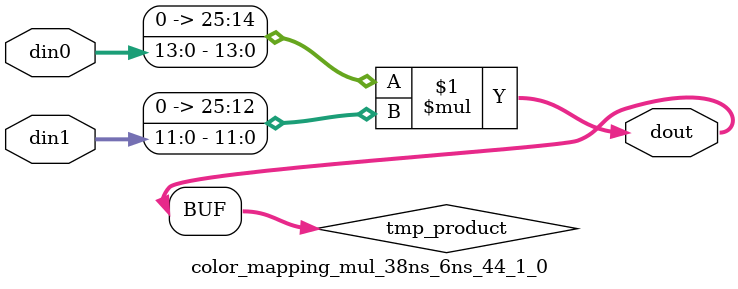
<source format=v>

`timescale 1 ns / 1 ps

 module color_mapping_mul_38ns_6ns_44_1_0(din0, din1, dout);
parameter ID = 1;
parameter NUM_STAGE = 0;
parameter din0_WIDTH = 14;
parameter din1_WIDTH = 12;
parameter dout_WIDTH = 26;

input [din0_WIDTH - 1 : 0] din0; 
input [din1_WIDTH - 1 : 0] din1; 
output [dout_WIDTH - 1 : 0] dout;

wire signed [dout_WIDTH - 1 : 0] tmp_product;
























assign tmp_product = $signed({1'b0, din0}) * $signed({1'b0, din1});











assign dout = tmp_product;





















endmodule

</source>
